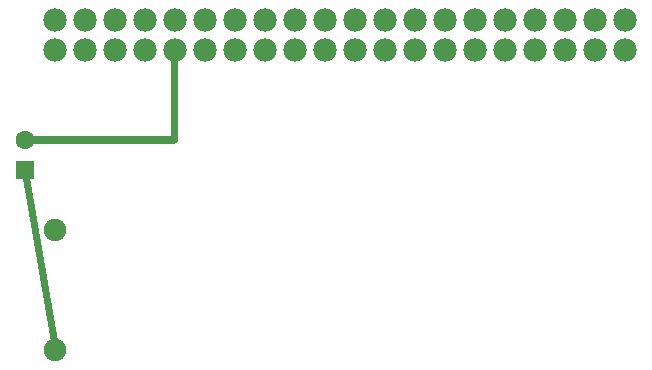
<source format=gbl>
G04 MADE WITH FRITZING*
G04 WWW.FRITZING.ORG*
G04 DOUBLE SIDED*
G04 HOLES PLATED*
G04 CONTOUR ON CENTER OF CONTOUR VECTOR*
%ASAXBY*%
%FSLAX23Y23*%
%MOIN*%
%OFA0B0*%
%SFA1.0B1.0*%
%ADD10C,0.077444*%
%ADD11C,0.075000*%
%ADD12C,0.062992*%
%ADD13R,0.062992X0.062992*%
%ADD14C,0.024000*%
%ADD15R,0.001000X0.001000*%
%LNCOPPER0*%
G90*
G70*
G54D10*
X329Y1087D03*
X429Y1087D03*
X529Y1087D03*
X629Y1087D03*
X729Y1087D03*
X829Y1087D03*
X929Y1087D03*
X1029Y1087D03*
X1129Y1086D03*
X1229Y1087D03*
X1329Y1087D03*
X1429Y1087D03*
X1529Y1087D03*
X1629Y1087D03*
X1729Y1087D03*
X1829Y1087D03*
X1929Y1087D03*
X2029Y1087D03*
X2130Y1087D03*
X2229Y1087D03*
X2229Y1187D03*
X2130Y1187D03*
X2029Y1187D03*
X1929Y1187D03*
X1829Y1187D03*
X1729Y1187D03*
X1629Y1187D03*
X1529Y1187D03*
X1429Y1187D03*
X1329Y1187D03*
X1229Y1187D03*
X1129Y1187D03*
X1029Y1187D03*
X929Y1187D03*
X829Y1187D03*
X729Y1187D03*
X629Y1187D03*
X529Y1187D03*
X429Y1187D03*
X329Y1187D03*
G54D11*
X329Y487D03*
X329Y87D03*
G54D12*
X229Y687D03*
X229Y786D03*
G54D13*
X229Y687D03*
G54D14*
X325Y116D02*
X234Y661D01*
G54D15*
X726Y1099D02*
X732Y1099D01*
X723Y1098D02*
X734Y1098D01*
X722Y1097D02*
X735Y1097D01*
X721Y1096D02*
X737Y1096D01*
X720Y1095D02*
X738Y1095D01*
X719Y1094D02*
X738Y1094D01*
X719Y1093D02*
X739Y1093D01*
X718Y1092D02*
X739Y1092D01*
X718Y1091D02*
X740Y1091D01*
X717Y1090D02*
X740Y1090D01*
X717Y1089D02*
X740Y1089D01*
X717Y1088D02*
X740Y1088D01*
X717Y1087D02*
X740Y1087D01*
X717Y1086D02*
X740Y1086D01*
X717Y1085D02*
X740Y1085D01*
X717Y1084D02*
X740Y1084D01*
X717Y1083D02*
X740Y1083D01*
X717Y1082D02*
X740Y1082D01*
X717Y1081D02*
X740Y1081D01*
X717Y1080D02*
X740Y1080D01*
X717Y1079D02*
X740Y1079D01*
X717Y1078D02*
X740Y1078D01*
X717Y1077D02*
X740Y1077D01*
X717Y1076D02*
X740Y1076D01*
X717Y1075D02*
X740Y1075D01*
X717Y1074D02*
X740Y1074D01*
X717Y1073D02*
X740Y1073D01*
X717Y1072D02*
X740Y1072D01*
X717Y1071D02*
X740Y1071D01*
X717Y1070D02*
X740Y1070D01*
X717Y1069D02*
X740Y1069D01*
X717Y1068D02*
X740Y1068D01*
X717Y1067D02*
X740Y1067D01*
X717Y1066D02*
X740Y1066D01*
X717Y1065D02*
X740Y1065D01*
X717Y1064D02*
X740Y1064D01*
X717Y1063D02*
X740Y1063D01*
X717Y1062D02*
X740Y1062D01*
X717Y1061D02*
X740Y1061D01*
X717Y1060D02*
X740Y1060D01*
X717Y1059D02*
X740Y1059D01*
X717Y1058D02*
X740Y1058D01*
X717Y1057D02*
X740Y1057D01*
X717Y1056D02*
X740Y1056D01*
X717Y1055D02*
X740Y1055D01*
X717Y1054D02*
X740Y1054D01*
X717Y1053D02*
X740Y1053D01*
X717Y1052D02*
X740Y1052D01*
X717Y1051D02*
X740Y1051D01*
X717Y1050D02*
X740Y1050D01*
X717Y1049D02*
X740Y1049D01*
X717Y1048D02*
X740Y1048D01*
X717Y1047D02*
X740Y1047D01*
X717Y1046D02*
X740Y1046D01*
X717Y1045D02*
X740Y1045D01*
X717Y1044D02*
X740Y1044D01*
X717Y1043D02*
X740Y1043D01*
X717Y1042D02*
X740Y1042D01*
X717Y1041D02*
X740Y1041D01*
X717Y1040D02*
X740Y1040D01*
X717Y1039D02*
X740Y1039D01*
X717Y1038D02*
X740Y1038D01*
X717Y1037D02*
X740Y1037D01*
X717Y1036D02*
X740Y1036D01*
X717Y1035D02*
X740Y1035D01*
X717Y1034D02*
X740Y1034D01*
X717Y1033D02*
X740Y1033D01*
X717Y1032D02*
X740Y1032D01*
X717Y1031D02*
X740Y1031D01*
X717Y1030D02*
X740Y1030D01*
X717Y1029D02*
X740Y1029D01*
X717Y1028D02*
X740Y1028D01*
X717Y1027D02*
X740Y1027D01*
X717Y1026D02*
X740Y1026D01*
X717Y1025D02*
X740Y1025D01*
X717Y1024D02*
X740Y1024D01*
X717Y1023D02*
X740Y1023D01*
X717Y1022D02*
X740Y1022D01*
X717Y1021D02*
X740Y1021D01*
X717Y1020D02*
X740Y1020D01*
X717Y1019D02*
X740Y1019D01*
X717Y1018D02*
X740Y1018D01*
X717Y1017D02*
X740Y1017D01*
X717Y1016D02*
X740Y1016D01*
X717Y1015D02*
X740Y1015D01*
X717Y1014D02*
X740Y1014D01*
X717Y1013D02*
X740Y1013D01*
X717Y1012D02*
X740Y1012D01*
X717Y1011D02*
X740Y1011D01*
X717Y1010D02*
X740Y1010D01*
X717Y1009D02*
X740Y1009D01*
X717Y1008D02*
X740Y1008D01*
X717Y1007D02*
X740Y1007D01*
X717Y1006D02*
X740Y1006D01*
X717Y1005D02*
X740Y1005D01*
X717Y1004D02*
X740Y1004D01*
X717Y1003D02*
X740Y1003D01*
X717Y1002D02*
X740Y1002D01*
X717Y1001D02*
X740Y1001D01*
X717Y1000D02*
X740Y1000D01*
X717Y999D02*
X740Y999D01*
X717Y998D02*
X740Y998D01*
X717Y997D02*
X740Y997D01*
X717Y996D02*
X740Y996D01*
X717Y995D02*
X740Y995D01*
X717Y994D02*
X740Y994D01*
X717Y993D02*
X740Y993D01*
X717Y992D02*
X740Y992D01*
X717Y991D02*
X740Y991D01*
X717Y990D02*
X740Y990D01*
X717Y989D02*
X740Y989D01*
X717Y988D02*
X740Y988D01*
X717Y987D02*
X740Y987D01*
X717Y986D02*
X740Y986D01*
X717Y985D02*
X740Y985D01*
X717Y984D02*
X740Y984D01*
X717Y983D02*
X740Y983D01*
X717Y982D02*
X740Y982D01*
X717Y981D02*
X740Y981D01*
X717Y980D02*
X740Y980D01*
X717Y979D02*
X740Y979D01*
X717Y978D02*
X740Y978D01*
X717Y977D02*
X740Y977D01*
X717Y976D02*
X740Y976D01*
X717Y975D02*
X740Y975D01*
X717Y974D02*
X740Y974D01*
X717Y973D02*
X740Y973D01*
X717Y972D02*
X740Y972D01*
X717Y971D02*
X740Y971D01*
X717Y970D02*
X740Y970D01*
X717Y969D02*
X740Y969D01*
X717Y968D02*
X740Y968D01*
X717Y967D02*
X740Y967D01*
X717Y966D02*
X740Y966D01*
X717Y965D02*
X740Y965D01*
X717Y964D02*
X740Y964D01*
X717Y963D02*
X740Y963D01*
X717Y962D02*
X740Y962D01*
X717Y961D02*
X740Y961D01*
X717Y960D02*
X740Y960D01*
X717Y959D02*
X740Y959D01*
X717Y958D02*
X740Y958D01*
X717Y957D02*
X740Y957D01*
X717Y956D02*
X740Y956D01*
X717Y955D02*
X740Y955D01*
X717Y954D02*
X740Y954D01*
X717Y953D02*
X740Y953D01*
X717Y952D02*
X740Y952D01*
X717Y951D02*
X740Y951D01*
X717Y950D02*
X740Y950D01*
X717Y949D02*
X740Y949D01*
X717Y948D02*
X740Y948D01*
X717Y947D02*
X740Y947D01*
X717Y946D02*
X740Y946D01*
X717Y945D02*
X740Y945D01*
X717Y944D02*
X740Y944D01*
X717Y943D02*
X740Y943D01*
X717Y942D02*
X740Y942D01*
X717Y941D02*
X740Y941D01*
X717Y940D02*
X740Y940D01*
X717Y939D02*
X740Y939D01*
X717Y938D02*
X740Y938D01*
X717Y937D02*
X740Y937D01*
X717Y936D02*
X740Y936D01*
X717Y935D02*
X740Y935D01*
X717Y934D02*
X740Y934D01*
X717Y933D02*
X740Y933D01*
X717Y932D02*
X740Y932D01*
X717Y931D02*
X740Y931D01*
X717Y930D02*
X740Y930D01*
X717Y929D02*
X740Y929D01*
X717Y928D02*
X740Y928D01*
X717Y927D02*
X740Y927D01*
X717Y926D02*
X740Y926D01*
X717Y925D02*
X740Y925D01*
X717Y924D02*
X740Y924D01*
X717Y923D02*
X740Y923D01*
X717Y922D02*
X740Y922D01*
X717Y921D02*
X740Y921D01*
X717Y920D02*
X740Y920D01*
X717Y919D02*
X740Y919D01*
X717Y918D02*
X740Y918D01*
X717Y917D02*
X740Y917D01*
X717Y916D02*
X740Y916D01*
X717Y915D02*
X740Y915D01*
X717Y914D02*
X740Y914D01*
X717Y913D02*
X740Y913D01*
X717Y912D02*
X740Y912D01*
X717Y911D02*
X740Y911D01*
X717Y910D02*
X740Y910D01*
X717Y909D02*
X740Y909D01*
X717Y908D02*
X740Y908D01*
X717Y907D02*
X740Y907D01*
X717Y906D02*
X740Y906D01*
X717Y905D02*
X740Y905D01*
X717Y904D02*
X740Y904D01*
X717Y903D02*
X740Y903D01*
X717Y902D02*
X740Y902D01*
X717Y901D02*
X740Y901D01*
X717Y900D02*
X740Y900D01*
X717Y899D02*
X740Y899D01*
X717Y898D02*
X740Y898D01*
X717Y897D02*
X740Y897D01*
X717Y896D02*
X740Y896D01*
X717Y895D02*
X740Y895D01*
X717Y894D02*
X740Y894D01*
X717Y893D02*
X740Y893D01*
X717Y892D02*
X740Y892D01*
X717Y891D02*
X740Y891D01*
X717Y890D02*
X740Y890D01*
X717Y889D02*
X740Y889D01*
X717Y888D02*
X740Y888D01*
X717Y887D02*
X740Y887D01*
X717Y886D02*
X740Y886D01*
X717Y885D02*
X740Y885D01*
X717Y884D02*
X740Y884D01*
X717Y883D02*
X740Y883D01*
X717Y882D02*
X740Y882D01*
X717Y881D02*
X740Y881D01*
X717Y880D02*
X740Y880D01*
X717Y879D02*
X740Y879D01*
X717Y878D02*
X740Y878D01*
X717Y877D02*
X740Y877D01*
X717Y876D02*
X740Y876D01*
X717Y875D02*
X740Y875D01*
X717Y874D02*
X740Y874D01*
X717Y873D02*
X740Y873D01*
X717Y872D02*
X740Y872D01*
X717Y871D02*
X740Y871D01*
X717Y870D02*
X740Y870D01*
X717Y869D02*
X740Y869D01*
X717Y868D02*
X740Y868D01*
X717Y867D02*
X740Y867D01*
X717Y866D02*
X740Y866D01*
X717Y865D02*
X740Y865D01*
X717Y864D02*
X740Y864D01*
X717Y863D02*
X740Y863D01*
X716Y862D02*
X740Y862D01*
X716Y861D02*
X740Y861D01*
X716Y860D02*
X739Y860D01*
X716Y859D02*
X739Y859D01*
X716Y858D02*
X739Y858D01*
X716Y857D02*
X739Y857D01*
X716Y856D02*
X739Y856D01*
X716Y855D02*
X739Y855D01*
X716Y854D02*
X739Y854D01*
X716Y853D02*
X739Y853D01*
X716Y852D02*
X739Y852D01*
X716Y851D02*
X739Y851D01*
X716Y850D02*
X739Y850D01*
X716Y849D02*
X739Y849D01*
X716Y848D02*
X739Y848D01*
X716Y847D02*
X739Y847D01*
X716Y846D02*
X739Y846D01*
X716Y845D02*
X739Y845D01*
X716Y844D02*
X739Y844D01*
X716Y843D02*
X739Y843D01*
X716Y842D02*
X739Y842D01*
X716Y841D02*
X739Y841D01*
X716Y840D02*
X739Y840D01*
X716Y839D02*
X739Y839D01*
X716Y838D02*
X739Y838D01*
X716Y837D02*
X739Y837D01*
X716Y836D02*
X739Y836D01*
X716Y835D02*
X739Y835D01*
X716Y834D02*
X739Y834D01*
X716Y833D02*
X739Y833D01*
X716Y832D02*
X739Y832D01*
X716Y831D02*
X739Y831D01*
X716Y830D02*
X739Y830D01*
X716Y829D02*
X739Y829D01*
X716Y828D02*
X739Y828D01*
X716Y827D02*
X739Y827D01*
X716Y826D02*
X739Y826D01*
X716Y825D02*
X739Y825D01*
X716Y824D02*
X739Y824D01*
X716Y823D02*
X739Y823D01*
X716Y822D02*
X739Y822D01*
X716Y821D02*
X739Y821D01*
X716Y820D02*
X739Y820D01*
X716Y819D02*
X739Y819D01*
X716Y818D02*
X739Y818D01*
X716Y817D02*
X739Y817D01*
X716Y816D02*
X739Y816D01*
X716Y815D02*
X739Y815D01*
X716Y814D02*
X739Y814D01*
X716Y813D02*
X739Y813D01*
X716Y812D02*
X739Y812D01*
X716Y811D02*
X739Y811D01*
X716Y810D02*
X739Y810D01*
X716Y809D02*
X739Y809D01*
X716Y808D02*
X739Y808D01*
X716Y807D02*
X739Y807D01*
X716Y806D02*
X739Y806D01*
X716Y805D02*
X739Y805D01*
X716Y804D02*
X739Y804D01*
X716Y803D02*
X739Y803D01*
X716Y802D02*
X739Y802D01*
X716Y801D02*
X739Y801D01*
X716Y800D02*
X739Y800D01*
X716Y799D02*
X739Y799D01*
X229Y798D02*
X739Y798D01*
X224Y797D02*
X739Y797D01*
X223Y796D02*
X739Y796D01*
X221Y795D02*
X739Y795D01*
X220Y794D02*
X739Y794D01*
X219Y793D02*
X739Y793D01*
X219Y792D02*
X739Y792D01*
X218Y791D02*
X739Y791D01*
X218Y790D02*
X739Y790D01*
X218Y789D02*
X739Y789D01*
X217Y788D02*
X739Y788D01*
X217Y787D02*
X739Y787D01*
X217Y786D02*
X739Y786D01*
X217Y785D02*
X739Y785D01*
X217Y784D02*
X739Y784D01*
X218Y783D02*
X739Y783D01*
X218Y782D02*
X738Y782D01*
X218Y781D02*
X738Y781D01*
X219Y780D02*
X737Y780D01*
X220Y779D02*
X736Y779D01*
X220Y778D02*
X736Y778D01*
X221Y777D02*
X734Y777D01*
X223Y776D02*
X733Y776D01*
X225Y775D02*
X730Y775D01*
D02*
G04 End of Copper0*
M02*
</source>
